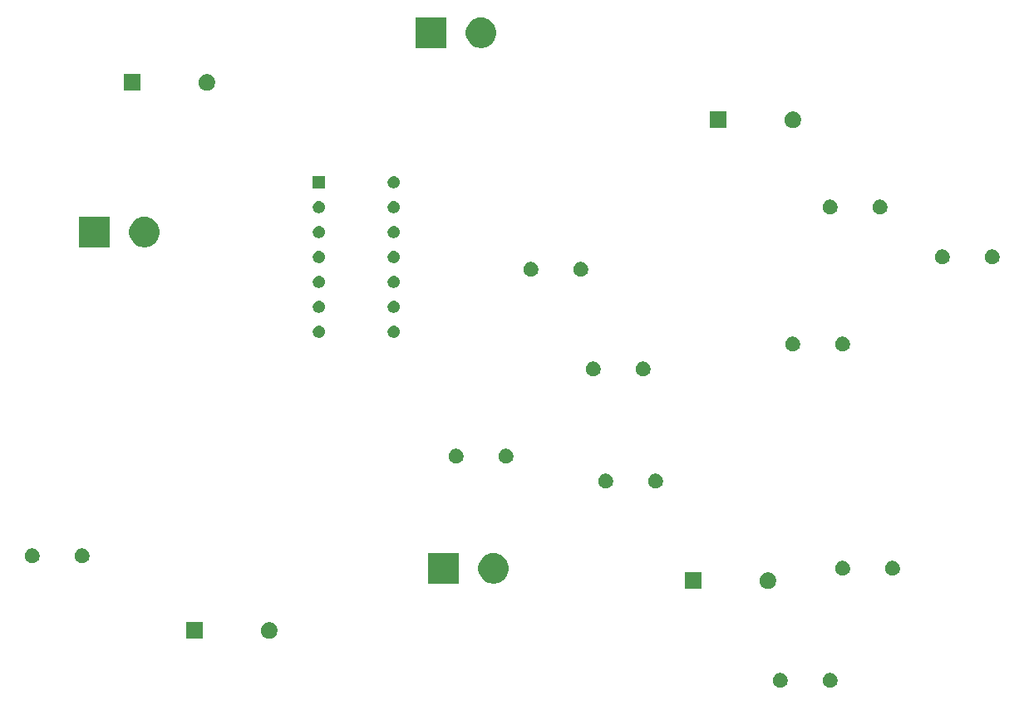
<source format=gbr>
G04 #@! TF.GenerationSoftware,KiCad,Pcbnew,(5.1.5)-3*
G04 #@! TF.CreationDate,2020-05-15T06:38:26+02:00*
G04 #@! TF.ProjectId,Frequency Mixer,46726571-7565-46e6-9379-204d69786572,rev?*
G04 #@! TF.SameCoordinates,Original*
G04 #@! TF.FileFunction,Soldermask,Bot*
G04 #@! TF.FilePolarity,Negative*
%FSLAX46Y46*%
G04 Gerber Fmt 4.6, Leading zero omitted, Abs format (unit mm)*
G04 Created by KiCad (PCBNEW (5.1.5)-3) date 2020-05-15 06:38:26*
%MOMM*%
%LPD*%
G04 APERTURE LIST*
%ADD10C,0.100000*%
G04 APERTURE END LIST*
D10*
G36*
X144999059Y-126277860D02*
G01*
X145135732Y-126334472D01*
X145258735Y-126416660D01*
X145363340Y-126521265D01*
X145445528Y-126644268D01*
X145502140Y-126780941D01*
X145531000Y-126926033D01*
X145531000Y-127073967D01*
X145502140Y-127219059D01*
X145445528Y-127355732D01*
X145363340Y-127478735D01*
X145258735Y-127583340D01*
X145135732Y-127665528D01*
X145135731Y-127665529D01*
X145135730Y-127665529D01*
X144999059Y-127722140D01*
X144853968Y-127751000D01*
X144706032Y-127751000D01*
X144560941Y-127722140D01*
X144424270Y-127665529D01*
X144424269Y-127665529D01*
X144424268Y-127665528D01*
X144301265Y-127583340D01*
X144196660Y-127478735D01*
X144114472Y-127355732D01*
X144057860Y-127219059D01*
X144029000Y-127073967D01*
X144029000Y-126926033D01*
X144057860Y-126780941D01*
X144114472Y-126644268D01*
X144196660Y-126521265D01*
X144301265Y-126416660D01*
X144424268Y-126334472D01*
X144560941Y-126277860D01*
X144706032Y-126249000D01*
X144853968Y-126249000D01*
X144999059Y-126277860D01*
G37*
G36*
X139919059Y-126277860D02*
G01*
X140055732Y-126334472D01*
X140178735Y-126416660D01*
X140283340Y-126521265D01*
X140365528Y-126644268D01*
X140422140Y-126780941D01*
X140451000Y-126926033D01*
X140451000Y-127073967D01*
X140422140Y-127219059D01*
X140365528Y-127355732D01*
X140283340Y-127478735D01*
X140178735Y-127583340D01*
X140055732Y-127665528D01*
X140055731Y-127665529D01*
X140055730Y-127665529D01*
X139919059Y-127722140D01*
X139773968Y-127751000D01*
X139626032Y-127751000D01*
X139480941Y-127722140D01*
X139344270Y-127665529D01*
X139344269Y-127665529D01*
X139344268Y-127665528D01*
X139221265Y-127583340D01*
X139116660Y-127478735D01*
X139034472Y-127355732D01*
X138977860Y-127219059D01*
X138949000Y-127073967D01*
X138949000Y-126926033D01*
X138977860Y-126780941D01*
X139034472Y-126644268D01*
X139116660Y-126521265D01*
X139221265Y-126416660D01*
X139344268Y-126334472D01*
X139480941Y-126277860D01*
X139626032Y-126249000D01*
X139773968Y-126249000D01*
X139919059Y-126277860D01*
G37*
G36*
X80861000Y-122771000D02*
G01*
X79159000Y-122771000D01*
X79159000Y-121069000D01*
X80861000Y-121069000D01*
X80861000Y-122771000D01*
G37*
G36*
X87878228Y-121101703D02*
G01*
X88033100Y-121165853D01*
X88172481Y-121258985D01*
X88291015Y-121377519D01*
X88384147Y-121516900D01*
X88448297Y-121671772D01*
X88481000Y-121836184D01*
X88481000Y-122003816D01*
X88448297Y-122168228D01*
X88384147Y-122323100D01*
X88291015Y-122462481D01*
X88172481Y-122581015D01*
X88033100Y-122674147D01*
X87878228Y-122738297D01*
X87713816Y-122771000D01*
X87546184Y-122771000D01*
X87381772Y-122738297D01*
X87226900Y-122674147D01*
X87087519Y-122581015D01*
X86968985Y-122462481D01*
X86875853Y-122323100D01*
X86811703Y-122168228D01*
X86779000Y-122003816D01*
X86779000Y-121836184D01*
X86811703Y-121671772D01*
X86875853Y-121516900D01*
X86968985Y-121377519D01*
X87087519Y-121258985D01*
X87226900Y-121165853D01*
X87381772Y-121101703D01*
X87546184Y-121069000D01*
X87713816Y-121069000D01*
X87878228Y-121101703D01*
G37*
G36*
X131661000Y-117691000D02*
G01*
X129959000Y-117691000D01*
X129959000Y-115989000D01*
X131661000Y-115989000D01*
X131661000Y-117691000D01*
G37*
G36*
X138678228Y-116021703D02*
G01*
X138833100Y-116085853D01*
X138972481Y-116178985D01*
X139091015Y-116297519D01*
X139184147Y-116436900D01*
X139248297Y-116591772D01*
X139281000Y-116756184D01*
X139281000Y-116923816D01*
X139248297Y-117088228D01*
X139184147Y-117243100D01*
X139091015Y-117382481D01*
X138972481Y-117501015D01*
X138833100Y-117594147D01*
X138678228Y-117658297D01*
X138513816Y-117691000D01*
X138346184Y-117691000D01*
X138181772Y-117658297D01*
X138026900Y-117594147D01*
X137887519Y-117501015D01*
X137768985Y-117382481D01*
X137675853Y-117243100D01*
X137611703Y-117088228D01*
X137579000Y-116923816D01*
X137579000Y-116756184D01*
X137611703Y-116591772D01*
X137675853Y-116436900D01*
X137768985Y-116297519D01*
X137887519Y-116178985D01*
X138026900Y-116085853D01*
X138181772Y-116021703D01*
X138346184Y-115989000D01*
X138513816Y-115989000D01*
X138678228Y-116021703D01*
G37*
G36*
X110792585Y-114048802D02*
G01*
X110942410Y-114078604D01*
X111224674Y-114195521D01*
X111478705Y-114365259D01*
X111694741Y-114581295D01*
X111864479Y-114835326D01*
X111981396Y-115117590D01*
X112041000Y-115417240D01*
X112041000Y-115722760D01*
X111981396Y-116022410D01*
X111864479Y-116304674D01*
X111694741Y-116558705D01*
X111478705Y-116774741D01*
X111224674Y-116944479D01*
X110942410Y-117061396D01*
X110807516Y-117088228D01*
X110642761Y-117121000D01*
X110337239Y-117121000D01*
X110172484Y-117088228D01*
X110037590Y-117061396D01*
X109755326Y-116944479D01*
X109501295Y-116774741D01*
X109285259Y-116558705D01*
X109115521Y-116304674D01*
X108998604Y-116022410D01*
X108939000Y-115722760D01*
X108939000Y-115417240D01*
X108998604Y-115117590D01*
X109115521Y-114835326D01*
X109285259Y-114581295D01*
X109501295Y-114365259D01*
X109755326Y-114195521D01*
X110037590Y-114078604D01*
X110187415Y-114048802D01*
X110337239Y-114019000D01*
X110642761Y-114019000D01*
X110792585Y-114048802D01*
G37*
G36*
X106961000Y-117121000D02*
G01*
X103859000Y-117121000D01*
X103859000Y-114019000D01*
X106961000Y-114019000D01*
X106961000Y-117121000D01*
G37*
G36*
X146269059Y-114847860D02*
G01*
X146354718Y-114883341D01*
X146405732Y-114904472D01*
X146528735Y-114986660D01*
X146633340Y-115091265D01*
X146650930Y-115117591D01*
X146715529Y-115214270D01*
X146772140Y-115350941D01*
X146801000Y-115496032D01*
X146801000Y-115643968D01*
X146785327Y-115722761D01*
X146772140Y-115789059D01*
X146715528Y-115925732D01*
X146633340Y-116048735D01*
X146528735Y-116153340D01*
X146405732Y-116235528D01*
X146405731Y-116235529D01*
X146405730Y-116235529D01*
X146269059Y-116292140D01*
X146123968Y-116321000D01*
X145976032Y-116321000D01*
X145830941Y-116292140D01*
X145694270Y-116235529D01*
X145694269Y-116235529D01*
X145694268Y-116235528D01*
X145571265Y-116153340D01*
X145466660Y-116048735D01*
X145384472Y-115925732D01*
X145327860Y-115789059D01*
X145314673Y-115722761D01*
X145299000Y-115643968D01*
X145299000Y-115496032D01*
X145327860Y-115350941D01*
X145384471Y-115214270D01*
X145449070Y-115117591D01*
X145466660Y-115091265D01*
X145571265Y-114986660D01*
X145694268Y-114904472D01*
X145745283Y-114883341D01*
X145830941Y-114847860D01*
X145976032Y-114819000D01*
X146123968Y-114819000D01*
X146269059Y-114847860D01*
G37*
G36*
X151349059Y-114847860D02*
G01*
X151434718Y-114883341D01*
X151485732Y-114904472D01*
X151608735Y-114986660D01*
X151713340Y-115091265D01*
X151730930Y-115117591D01*
X151795529Y-115214270D01*
X151852140Y-115350941D01*
X151881000Y-115496032D01*
X151881000Y-115643968D01*
X151865327Y-115722761D01*
X151852140Y-115789059D01*
X151795528Y-115925732D01*
X151713340Y-116048735D01*
X151608735Y-116153340D01*
X151485732Y-116235528D01*
X151485731Y-116235529D01*
X151485730Y-116235529D01*
X151349059Y-116292140D01*
X151203968Y-116321000D01*
X151056032Y-116321000D01*
X150910941Y-116292140D01*
X150774270Y-116235529D01*
X150774269Y-116235529D01*
X150774268Y-116235528D01*
X150651265Y-116153340D01*
X150546660Y-116048735D01*
X150464472Y-115925732D01*
X150407860Y-115789059D01*
X150394673Y-115722761D01*
X150379000Y-115643968D01*
X150379000Y-115496032D01*
X150407860Y-115350941D01*
X150464471Y-115214270D01*
X150529070Y-115117591D01*
X150546660Y-115091265D01*
X150651265Y-114986660D01*
X150774268Y-114904472D01*
X150825283Y-114883341D01*
X150910941Y-114847860D01*
X151056032Y-114819000D01*
X151203968Y-114819000D01*
X151349059Y-114847860D01*
G37*
G36*
X63719059Y-113577860D02*
G01*
X63855732Y-113634472D01*
X63978735Y-113716660D01*
X64083340Y-113821265D01*
X64165528Y-113944268D01*
X64222140Y-114080941D01*
X64251000Y-114226033D01*
X64251000Y-114373967D01*
X64222140Y-114519059D01*
X64165528Y-114655732D01*
X64083340Y-114778735D01*
X63978735Y-114883340D01*
X63855732Y-114965528D01*
X63855731Y-114965529D01*
X63855730Y-114965529D01*
X63719059Y-115022140D01*
X63573968Y-115051000D01*
X63426032Y-115051000D01*
X63280941Y-115022140D01*
X63144270Y-114965529D01*
X63144269Y-114965529D01*
X63144268Y-114965528D01*
X63021265Y-114883340D01*
X62916660Y-114778735D01*
X62834472Y-114655732D01*
X62777860Y-114519059D01*
X62749000Y-114373967D01*
X62749000Y-114226033D01*
X62777860Y-114080941D01*
X62834472Y-113944268D01*
X62916660Y-113821265D01*
X63021265Y-113716660D01*
X63144268Y-113634472D01*
X63280941Y-113577860D01*
X63426032Y-113549000D01*
X63573968Y-113549000D01*
X63719059Y-113577860D01*
G37*
G36*
X68799059Y-113577860D02*
G01*
X68935732Y-113634472D01*
X69058735Y-113716660D01*
X69163340Y-113821265D01*
X69245528Y-113944268D01*
X69302140Y-114080941D01*
X69331000Y-114226033D01*
X69331000Y-114373967D01*
X69302140Y-114519059D01*
X69245528Y-114655732D01*
X69163340Y-114778735D01*
X69058735Y-114883340D01*
X68935732Y-114965528D01*
X68935731Y-114965529D01*
X68935730Y-114965529D01*
X68799059Y-115022140D01*
X68653968Y-115051000D01*
X68506032Y-115051000D01*
X68360941Y-115022140D01*
X68224270Y-114965529D01*
X68224269Y-114965529D01*
X68224268Y-114965528D01*
X68101265Y-114883340D01*
X67996660Y-114778735D01*
X67914472Y-114655732D01*
X67857860Y-114519059D01*
X67829000Y-114373967D01*
X67829000Y-114226033D01*
X67857860Y-114080941D01*
X67914472Y-113944268D01*
X67996660Y-113821265D01*
X68101265Y-113716660D01*
X68224268Y-113634472D01*
X68360941Y-113577860D01*
X68506032Y-113549000D01*
X68653968Y-113549000D01*
X68799059Y-113577860D01*
G37*
G36*
X122139059Y-105957860D02*
G01*
X122275732Y-106014472D01*
X122398735Y-106096660D01*
X122503340Y-106201265D01*
X122585528Y-106324268D01*
X122642140Y-106460941D01*
X122671000Y-106606033D01*
X122671000Y-106753967D01*
X122642140Y-106899059D01*
X122585528Y-107035732D01*
X122503340Y-107158735D01*
X122398735Y-107263340D01*
X122275732Y-107345528D01*
X122275731Y-107345529D01*
X122275730Y-107345529D01*
X122139059Y-107402140D01*
X121993968Y-107431000D01*
X121846032Y-107431000D01*
X121700941Y-107402140D01*
X121564270Y-107345529D01*
X121564269Y-107345529D01*
X121564268Y-107345528D01*
X121441265Y-107263340D01*
X121336660Y-107158735D01*
X121254472Y-107035732D01*
X121197860Y-106899059D01*
X121169000Y-106753967D01*
X121169000Y-106606033D01*
X121197860Y-106460941D01*
X121254472Y-106324268D01*
X121336660Y-106201265D01*
X121441265Y-106096660D01*
X121564268Y-106014472D01*
X121700941Y-105957860D01*
X121846032Y-105929000D01*
X121993968Y-105929000D01*
X122139059Y-105957860D01*
G37*
G36*
X127219059Y-105957860D02*
G01*
X127355732Y-106014472D01*
X127478735Y-106096660D01*
X127583340Y-106201265D01*
X127665528Y-106324268D01*
X127722140Y-106460941D01*
X127751000Y-106606033D01*
X127751000Y-106753967D01*
X127722140Y-106899059D01*
X127665528Y-107035732D01*
X127583340Y-107158735D01*
X127478735Y-107263340D01*
X127355732Y-107345528D01*
X127355731Y-107345529D01*
X127355730Y-107345529D01*
X127219059Y-107402140D01*
X127073968Y-107431000D01*
X126926032Y-107431000D01*
X126780941Y-107402140D01*
X126644270Y-107345529D01*
X126644269Y-107345529D01*
X126644268Y-107345528D01*
X126521265Y-107263340D01*
X126416660Y-107158735D01*
X126334472Y-107035732D01*
X126277860Y-106899059D01*
X126249000Y-106753967D01*
X126249000Y-106606033D01*
X126277860Y-106460941D01*
X126334472Y-106324268D01*
X126416660Y-106201265D01*
X126521265Y-106096660D01*
X126644268Y-106014472D01*
X126780941Y-105957860D01*
X126926032Y-105929000D01*
X127073968Y-105929000D01*
X127219059Y-105957860D01*
G37*
G36*
X111979059Y-103417860D02*
G01*
X112115732Y-103474472D01*
X112238735Y-103556660D01*
X112343340Y-103661265D01*
X112425528Y-103784268D01*
X112482140Y-103920941D01*
X112511000Y-104066033D01*
X112511000Y-104213967D01*
X112482140Y-104359059D01*
X112425528Y-104495732D01*
X112343340Y-104618735D01*
X112238735Y-104723340D01*
X112115732Y-104805528D01*
X112115731Y-104805529D01*
X112115730Y-104805529D01*
X111979059Y-104862140D01*
X111833968Y-104891000D01*
X111686032Y-104891000D01*
X111540941Y-104862140D01*
X111404270Y-104805529D01*
X111404269Y-104805529D01*
X111404268Y-104805528D01*
X111281265Y-104723340D01*
X111176660Y-104618735D01*
X111094472Y-104495732D01*
X111037860Y-104359059D01*
X111009000Y-104213967D01*
X111009000Y-104066033D01*
X111037860Y-103920941D01*
X111094472Y-103784268D01*
X111176660Y-103661265D01*
X111281265Y-103556660D01*
X111404268Y-103474472D01*
X111540941Y-103417860D01*
X111686032Y-103389000D01*
X111833968Y-103389000D01*
X111979059Y-103417860D01*
G37*
G36*
X106899059Y-103417860D02*
G01*
X107035732Y-103474472D01*
X107158735Y-103556660D01*
X107263340Y-103661265D01*
X107345528Y-103784268D01*
X107402140Y-103920941D01*
X107431000Y-104066033D01*
X107431000Y-104213967D01*
X107402140Y-104359059D01*
X107345528Y-104495732D01*
X107263340Y-104618735D01*
X107158735Y-104723340D01*
X107035732Y-104805528D01*
X107035731Y-104805529D01*
X107035730Y-104805529D01*
X106899059Y-104862140D01*
X106753968Y-104891000D01*
X106606032Y-104891000D01*
X106460941Y-104862140D01*
X106324270Y-104805529D01*
X106324269Y-104805529D01*
X106324268Y-104805528D01*
X106201265Y-104723340D01*
X106096660Y-104618735D01*
X106014472Y-104495732D01*
X105957860Y-104359059D01*
X105929000Y-104213967D01*
X105929000Y-104066033D01*
X105957860Y-103920941D01*
X106014472Y-103784268D01*
X106096660Y-103661265D01*
X106201265Y-103556660D01*
X106324268Y-103474472D01*
X106460941Y-103417860D01*
X106606032Y-103389000D01*
X106753968Y-103389000D01*
X106899059Y-103417860D01*
G37*
G36*
X125949059Y-94527860D02*
G01*
X126085732Y-94584472D01*
X126208735Y-94666660D01*
X126313340Y-94771265D01*
X126395528Y-94894268D01*
X126452140Y-95030941D01*
X126481000Y-95176033D01*
X126481000Y-95323967D01*
X126452140Y-95469059D01*
X126395528Y-95605732D01*
X126313340Y-95728735D01*
X126208735Y-95833340D01*
X126085732Y-95915528D01*
X126085731Y-95915529D01*
X126085730Y-95915529D01*
X125949059Y-95972140D01*
X125803968Y-96001000D01*
X125656032Y-96001000D01*
X125510941Y-95972140D01*
X125374270Y-95915529D01*
X125374269Y-95915529D01*
X125374268Y-95915528D01*
X125251265Y-95833340D01*
X125146660Y-95728735D01*
X125064472Y-95605732D01*
X125007860Y-95469059D01*
X124979000Y-95323967D01*
X124979000Y-95176033D01*
X125007860Y-95030941D01*
X125064472Y-94894268D01*
X125146660Y-94771265D01*
X125251265Y-94666660D01*
X125374268Y-94584472D01*
X125510941Y-94527860D01*
X125656032Y-94499000D01*
X125803968Y-94499000D01*
X125949059Y-94527860D01*
G37*
G36*
X120869059Y-94527860D02*
G01*
X121005732Y-94584472D01*
X121128735Y-94666660D01*
X121233340Y-94771265D01*
X121315528Y-94894268D01*
X121372140Y-95030941D01*
X121401000Y-95176033D01*
X121401000Y-95323967D01*
X121372140Y-95469059D01*
X121315528Y-95605732D01*
X121233340Y-95728735D01*
X121128735Y-95833340D01*
X121005732Y-95915528D01*
X121005731Y-95915529D01*
X121005730Y-95915529D01*
X120869059Y-95972140D01*
X120723968Y-96001000D01*
X120576032Y-96001000D01*
X120430941Y-95972140D01*
X120294270Y-95915529D01*
X120294269Y-95915529D01*
X120294268Y-95915528D01*
X120171265Y-95833340D01*
X120066660Y-95728735D01*
X119984472Y-95605732D01*
X119927860Y-95469059D01*
X119899000Y-95323967D01*
X119899000Y-95176033D01*
X119927860Y-95030941D01*
X119984472Y-94894268D01*
X120066660Y-94771265D01*
X120171265Y-94666660D01*
X120294268Y-94584472D01*
X120430941Y-94527860D01*
X120576032Y-94499000D01*
X120723968Y-94499000D01*
X120869059Y-94527860D01*
G37*
G36*
X146269059Y-91987860D02*
G01*
X146388022Y-92037136D01*
X146405732Y-92044472D01*
X146528735Y-92126660D01*
X146633340Y-92231265D01*
X146715528Y-92354268D01*
X146772140Y-92490941D01*
X146801000Y-92636033D01*
X146801000Y-92783967D01*
X146772140Y-92929059D01*
X146715528Y-93065732D01*
X146633340Y-93188735D01*
X146528735Y-93293340D01*
X146405732Y-93375528D01*
X146405731Y-93375529D01*
X146405730Y-93375529D01*
X146269059Y-93432140D01*
X146123968Y-93461000D01*
X145976032Y-93461000D01*
X145830941Y-93432140D01*
X145694270Y-93375529D01*
X145694269Y-93375529D01*
X145694268Y-93375528D01*
X145571265Y-93293340D01*
X145466660Y-93188735D01*
X145384472Y-93065732D01*
X145327860Y-92929059D01*
X145299000Y-92783967D01*
X145299000Y-92636033D01*
X145327860Y-92490941D01*
X145384472Y-92354268D01*
X145466660Y-92231265D01*
X145571265Y-92126660D01*
X145694268Y-92044472D01*
X145711979Y-92037136D01*
X145830941Y-91987860D01*
X145976032Y-91959000D01*
X146123968Y-91959000D01*
X146269059Y-91987860D01*
G37*
G36*
X141189059Y-91987860D02*
G01*
X141308022Y-92037136D01*
X141325732Y-92044472D01*
X141448735Y-92126660D01*
X141553340Y-92231265D01*
X141635528Y-92354268D01*
X141692140Y-92490941D01*
X141721000Y-92636033D01*
X141721000Y-92783967D01*
X141692140Y-92929059D01*
X141635528Y-93065732D01*
X141553340Y-93188735D01*
X141448735Y-93293340D01*
X141325732Y-93375528D01*
X141325731Y-93375529D01*
X141325730Y-93375529D01*
X141189059Y-93432140D01*
X141043968Y-93461000D01*
X140896032Y-93461000D01*
X140750941Y-93432140D01*
X140614270Y-93375529D01*
X140614269Y-93375529D01*
X140614268Y-93375528D01*
X140491265Y-93293340D01*
X140386660Y-93188735D01*
X140304472Y-93065732D01*
X140247860Y-92929059D01*
X140219000Y-92783967D01*
X140219000Y-92636033D01*
X140247860Y-92490941D01*
X140304472Y-92354268D01*
X140386660Y-92231265D01*
X140491265Y-92126660D01*
X140614268Y-92044472D01*
X140631979Y-92037136D01*
X140750941Y-91987860D01*
X140896032Y-91959000D01*
X141043968Y-91959000D01*
X141189059Y-91987860D01*
G37*
G36*
X100471147Y-90834909D02*
G01*
X100511139Y-90842864D01*
X100567647Y-90866271D01*
X100624155Y-90889677D01*
X100725862Y-90957635D01*
X100812365Y-91044138D01*
X100880323Y-91145845D01*
X100927136Y-91258862D01*
X100951000Y-91378835D01*
X100951000Y-91501165D01*
X100927136Y-91621138D01*
X100880323Y-91734155D01*
X100812365Y-91835862D01*
X100725862Y-91922365D01*
X100624155Y-91990323D01*
X100567646Y-92013730D01*
X100511139Y-92037136D01*
X100474262Y-92044471D01*
X100391165Y-92061000D01*
X100268835Y-92061000D01*
X100185738Y-92044471D01*
X100148861Y-92037136D01*
X100092354Y-92013730D01*
X100035845Y-91990323D01*
X99934138Y-91922365D01*
X99847635Y-91835862D01*
X99779677Y-91734155D01*
X99732864Y-91621138D01*
X99709000Y-91501165D01*
X99709000Y-91378835D01*
X99732864Y-91258862D01*
X99779677Y-91145845D01*
X99847635Y-91044138D01*
X99934138Y-90957635D01*
X100035845Y-90889677D01*
X100092353Y-90866271D01*
X100148861Y-90842864D01*
X100188853Y-90834909D01*
X100268835Y-90819000D01*
X100391165Y-90819000D01*
X100471147Y-90834909D01*
G37*
G36*
X92851147Y-90834909D02*
G01*
X92891139Y-90842864D01*
X92947647Y-90866271D01*
X93004155Y-90889677D01*
X93105862Y-90957635D01*
X93192365Y-91044138D01*
X93260323Y-91145845D01*
X93307136Y-91258862D01*
X93331000Y-91378835D01*
X93331000Y-91501165D01*
X93307136Y-91621138D01*
X93260323Y-91734155D01*
X93192365Y-91835862D01*
X93105862Y-91922365D01*
X93004155Y-91990323D01*
X92947646Y-92013730D01*
X92891139Y-92037136D01*
X92854262Y-92044471D01*
X92771165Y-92061000D01*
X92648835Y-92061000D01*
X92565738Y-92044471D01*
X92528861Y-92037136D01*
X92472354Y-92013730D01*
X92415845Y-91990323D01*
X92314138Y-91922365D01*
X92227635Y-91835862D01*
X92159677Y-91734155D01*
X92112864Y-91621138D01*
X92089000Y-91501165D01*
X92089000Y-91378835D01*
X92112864Y-91258862D01*
X92159677Y-91145845D01*
X92227635Y-91044138D01*
X92314138Y-90957635D01*
X92415845Y-90889677D01*
X92472353Y-90866271D01*
X92528861Y-90842864D01*
X92568853Y-90834909D01*
X92648835Y-90819000D01*
X92771165Y-90819000D01*
X92851147Y-90834909D01*
G37*
G36*
X100471147Y-88294909D02*
G01*
X100511139Y-88302864D01*
X100567646Y-88326270D01*
X100624155Y-88349677D01*
X100725862Y-88417635D01*
X100812365Y-88504138D01*
X100880323Y-88605845D01*
X100927136Y-88718862D01*
X100951000Y-88838835D01*
X100951000Y-88961165D01*
X100927136Y-89081138D01*
X100880323Y-89194155D01*
X100812365Y-89295862D01*
X100725862Y-89382365D01*
X100624155Y-89450323D01*
X100567647Y-89473729D01*
X100511139Y-89497136D01*
X100471147Y-89505091D01*
X100391165Y-89521000D01*
X100268835Y-89521000D01*
X100188853Y-89505091D01*
X100148861Y-89497136D01*
X100092354Y-89473730D01*
X100035845Y-89450323D01*
X99934138Y-89382365D01*
X99847635Y-89295862D01*
X99779677Y-89194155D01*
X99732864Y-89081138D01*
X99709000Y-88961165D01*
X99709000Y-88838835D01*
X99732864Y-88718862D01*
X99779677Y-88605845D01*
X99847635Y-88504138D01*
X99934138Y-88417635D01*
X100035845Y-88349677D01*
X100092354Y-88326270D01*
X100148861Y-88302864D01*
X100188853Y-88294909D01*
X100268835Y-88279000D01*
X100391165Y-88279000D01*
X100471147Y-88294909D01*
G37*
G36*
X92851147Y-88294909D02*
G01*
X92891139Y-88302864D01*
X92947646Y-88326270D01*
X93004155Y-88349677D01*
X93105862Y-88417635D01*
X93192365Y-88504138D01*
X93260323Y-88605845D01*
X93307136Y-88718862D01*
X93331000Y-88838835D01*
X93331000Y-88961165D01*
X93307136Y-89081138D01*
X93260323Y-89194155D01*
X93192365Y-89295862D01*
X93105862Y-89382365D01*
X93004155Y-89450323D01*
X92947647Y-89473729D01*
X92891139Y-89497136D01*
X92851147Y-89505091D01*
X92771165Y-89521000D01*
X92648835Y-89521000D01*
X92568853Y-89505091D01*
X92528861Y-89497136D01*
X92472354Y-89473730D01*
X92415845Y-89450323D01*
X92314138Y-89382365D01*
X92227635Y-89295862D01*
X92159677Y-89194155D01*
X92112864Y-89081138D01*
X92089000Y-88961165D01*
X92089000Y-88838835D01*
X92112864Y-88718862D01*
X92159677Y-88605845D01*
X92227635Y-88504138D01*
X92314138Y-88417635D01*
X92415845Y-88349677D01*
X92472354Y-88326270D01*
X92528861Y-88302864D01*
X92568853Y-88294909D01*
X92648835Y-88279000D01*
X92771165Y-88279000D01*
X92851147Y-88294909D01*
G37*
G36*
X92851147Y-85754909D02*
G01*
X92891139Y-85762864D01*
X92947647Y-85786271D01*
X93004155Y-85809677D01*
X93105862Y-85877635D01*
X93192365Y-85964138D01*
X93260323Y-86065845D01*
X93307136Y-86178862D01*
X93331000Y-86298835D01*
X93331000Y-86421165D01*
X93307136Y-86541138D01*
X93260323Y-86654155D01*
X93192365Y-86755862D01*
X93105862Y-86842365D01*
X93004155Y-86910323D01*
X92947647Y-86933729D01*
X92891139Y-86957136D01*
X92851147Y-86965091D01*
X92771165Y-86981000D01*
X92648835Y-86981000D01*
X92568853Y-86965091D01*
X92528861Y-86957136D01*
X92472353Y-86933729D01*
X92415845Y-86910323D01*
X92314138Y-86842365D01*
X92227635Y-86755862D01*
X92159677Y-86654155D01*
X92112864Y-86541138D01*
X92089000Y-86421165D01*
X92089000Y-86298835D01*
X92112864Y-86178862D01*
X92159677Y-86065845D01*
X92227635Y-85964138D01*
X92314138Y-85877635D01*
X92415845Y-85809677D01*
X92472353Y-85786271D01*
X92528861Y-85762864D01*
X92568853Y-85754909D01*
X92648835Y-85739000D01*
X92771165Y-85739000D01*
X92851147Y-85754909D01*
G37*
G36*
X100471147Y-85754909D02*
G01*
X100511139Y-85762864D01*
X100567647Y-85786271D01*
X100624155Y-85809677D01*
X100725862Y-85877635D01*
X100812365Y-85964138D01*
X100880323Y-86065845D01*
X100927136Y-86178862D01*
X100951000Y-86298835D01*
X100951000Y-86421165D01*
X100927136Y-86541138D01*
X100880323Y-86654155D01*
X100812365Y-86755862D01*
X100725862Y-86842365D01*
X100624155Y-86910323D01*
X100567647Y-86933729D01*
X100511139Y-86957136D01*
X100471147Y-86965091D01*
X100391165Y-86981000D01*
X100268835Y-86981000D01*
X100188853Y-86965091D01*
X100148861Y-86957136D01*
X100092353Y-86933729D01*
X100035845Y-86910323D01*
X99934138Y-86842365D01*
X99847635Y-86755862D01*
X99779677Y-86654155D01*
X99732864Y-86541138D01*
X99709000Y-86421165D01*
X99709000Y-86298835D01*
X99732864Y-86178862D01*
X99779677Y-86065845D01*
X99847635Y-85964138D01*
X99934138Y-85877635D01*
X100035845Y-85809677D01*
X100092353Y-85786271D01*
X100148861Y-85762864D01*
X100188853Y-85754909D01*
X100268835Y-85739000D01*
X100391165Y-85739000D01*
X100471147Y-85754909D01*
G37*
G36*
X119599059Y-84367860D02*
G01*
X119718022Y-84417136D01*
X119735732Y-84424472D01*
X119858735Y-84506660D01*
X119963340Y-84611265D01*
X120045528Y-84734268D01*
X120102140Y-84870941D01*
X120131000Y-85016033D01*
X120131000Y-85163967D01*
X120102140Y-85309059D01*
X120045528Y-85445732D01*
X119963340Y-85568735D01*
X119858735Y-85673340D01*
X119735732Y-85755528D01*
X119735731Y-85755529D01*
X119735730Y-85755529D01*
X119599059Y-85812140D01*
X119453968Y-85841000D01*
X119306032Y-85841000D01*
X119160941Y-85812140D01*
X119024270Y-85755529D01*
X119024269Y-85755529D01*
X119024268Y-85755528D01*
X118901265Y-85673340D01*
X118796660Y-85568735D01*
X118714472Y-85445732D01*
X118657860Y-85309059D01*
X118629000Y-85163967D01*
X118629000Y-85016033D01*
X118657860Y-84870941D01*
X118714472Y-84734268D01*
X118796660Y-84611265D01*
X118901265Y-84506660D01*
X119024268Y-84424472D01*
X119041979Y-84417136D01*
X119160941Y-84367860D01*
X119306032Y-84339000D01*
X119453968Y-84339000D01*
X119599059Y-84367860D01*
G37*
G36*
X114519059Y-84367860D02*
G01*
X114638022Y-84417136D01*
X114655732Y-84424472D01*
X114778735Y-84506660D01*
X114883340Y-84611265D01*
X114965528Y-84734268D01*
X115022140Y-84870941D01*
X115051000Y-85016033D01*
X115051000Y-85163967D01*
X115022140Y-85309059D01*
X114965528Y-85445732D01*
X114883340Y-85568735D01*
X114778735Y-85673340D01*
X114655732Y-85755528D01*
X114655731Y-85755529D01*
X114655730Y-85755529D01*
X114519059Y-85812140D01*
X114373968Y-85841000D01*
X114226032Y-85841000D01*
X114080941Y-85812140D01*
X113944270Y-85755529D01*
X113944269Y-85755529D01*
X113944268Y-85755528D01*
X113821265Y-85673340D01*
X113716660Y-85568735D01*
X113634472Y-85445732D01*
X113577860Y-85309059D01*
X113549000Y-85163967D01*
X113549000Y-85016033D01*
X113577860Y-84870941D01*
X113634472Y-84734268D01*
X113716660Y-84611265D01*
X113821265Y-84506660D01*
X113944268Y-84424472D01*
X113961979Y-84417136D01*
X114080941Y-84367860D01*
X114226032Y-84339000D01*
X114373968Y-84339000D01*
X114519059Y-84367860D01*
G37*
G36*
X161509059Y-83097860D02*
G01*
X161645732Y-83154472D01*
X161768735Y-83236660D01*
X161873340Y-83341265D01*
X161955528Y-83464268D01*
X162012140Y-83600941D01*
X162041000Y-83746033D01*
X162041000Y-83893967D01*
X162012140Y-84039059D01*
X161955528Y-84175732D01*
X161873340Y-84298735D01*
X161768735Y-84403340D01*
X161645732Y-84485528D01*
X161645731Y-84485529D01*
X161645730Y-84485529D01*
X161509059Y-84542140D01*
X161363968Y-84571000D01*
X161216032Y-84571000D01*
X161070941Y-84542140D01*
X160934270Y-84485529D01*
X160934269Y-84485529D01*
X160934268Y-84485528D01*
X160811265Y-84403340D01*
X160706660Y-84298735D01*
X160624472Y-84175732D01*
X160567860Y-84039059D01*
X160539000Y-83893967D01*
X160539000Y-83746033D01*
X160567860Y-83600941D01*
X160624472Y-83464268D01*
X160706660Y-83341265D01*
X160811265Y-83236660D01*
X160934268Y-83154472D01*
X161070941Y-83097860D01*
X161216032Y-83069000D01*
X161363968Y-83069000D01*
X161509059Y-83097860D01*
G37*
G36*
X156429059Y-83097860D02*
G01*
X156565732Y-83154472D01*
X156688735Y-83236660D01*
X156793340Y-83341265D01*
X156875528Y-83464268D01*
X156932140Y-83600941D01*
X156961000Y-83746033D01*
X156961000Y-83893967D01*
X156932140Y-84039059D01*
X156875528Y-84175732D01*
X156793340Y-84298735D01*
X156688735Y-84403340D01*
X156565732Y-84485528D01*
X156565731Y-84485529D01*
X156565730Y-84485529D01*
X156429059Y-84542140D01*
X156283968Y-84571000D01*
X156136032Y-84571000D01*
X155990941Y-84542140D01*
X155854270Y-84485529D01*
X155854269Y-84485529D01*
X155854268Y-84485528D01*
X155731265Y-84403340D01*
X155626660Y-84298735D01*
X155544472Y-84175732D01*
X155487860Y-84039059D01*
X155459000Y-83893967D01*
X155459000Y-83746033D01*
X155487860Y-83600941D01*
X155544472Y-83464268D01*
X155626660Y-83341265D01*
X155731265Y-83236660D01*
X155854268Y-83154472D01*
X155990941Y-83097860D01*
X156136032Y-83069000D01*
X156283968Y-83069000D01*
X156429059Y-83097860D01*
G37*
G36*
X100471147Y-83214909D02*
G01*
X100511139Y-83222864D01*
X100544445Y-83236660D01*
X100624155Y-83269677D01*
X100725862Y-83337635D01*
X100812365Y-83424138D01*
X100880323Y-83525845D01*
X100927136Y-83638862D01*
X100951000Y-83758835D01*
X100951000Y-83881165D01*
X100927136Y-84001138D01*
X100880323Y-84114155D01*
X100812365Y-84215862D01*
X100725862Y-84302365D01*
X100624155Y-84370323D01*
X100567646Y-84393730D01*
X100511139Y-84417136D01*
X100474262Y-84424471D01*
X100391165Y-84441000D01*
X100268835Y-84441000D01*
X100185738Y-84424471D01*
X100148861Y-84417136D01*
X100092353Y-84393729D01*
X100035845Y-84370323D01*
X99934138Y-84302365D01*
X99847635Y-84215862D01*
X99779677Y-84114155D01*
X99732864Y-84001138D01*
X99709000Y-83881165D01*
X99709000Y-83758835D01*
X99732864Y-83638862D01*
X99779677Y-83525845D01*
X99847635Y-83424138D01*
X99934138Y-83337635D01*
X100035845Y-83269677D01*
X100115555Y-83236660D01*
X100148861Y-83222864D01*
X100188853Y-83214909D01*
X100268835Y-83199000D01*
X100391165Y-83199000D01*
X100471147Y-83214909D01*
G37*
G36*
X92851147Y-83214909D02*
G01*
X92891139Y-83222864D01*
X92924445Y-83236660D01*
X93004155Y-83269677D01*
X93105862Y-83337635D01*
X93192365Y-83424138D01*
X93260323Y-83525845D01*
X93307136Y-83638862D01*
X93331000Y-83758835D01*
X93331000Y-83881165D01*
X93307136Y-84001138D01*
X93260323Y-84114155D01*
X93192365Y-84215862D01*
X93105862Y-84302365D01*
X93004155Y-84370323D01*
X92947646Y-84393730D01*
X92891139Y-84417136D01*
X92854262Y-84424471D01*
X92771165Y-84441000D01*
X92648835Y-84441000D01*
X92565738Y-84424471D01*
X92528861Y-84417136D01*
X92472353Y-84393729D01*
X92415845Y-84370323D01*
X92314138Y-84302365D01*
X92227635Y-84215862D01*
X92159677Y-84114155D01*
X92112864Y-84001138D01*
X92089000Y-83881165D01*
X92089000Y-83758835D01*
X92112864Y-83638862D01*
X92159677Y-83525845D01*
X92227635Y-83424138D01*
X92314138Y-83337635D01*
X92415845Y-83269677D01*
X92495555Y-83236660D01*
X92528861Y-83222864D01*
X92568853Y-83214909D01*
X92648835Y-83199000D01*
X92771165Y-83199000D01*
X92851147Y-83214909D01*
G37*
G36*
X71401000Y-82831000D02*
G01*
X68299000Y-82831000D01*
X68299000Y-79729000D01*
X71401000Y-79729000D01*
X71401000Y-82831000D01*
G37*
G36*
X75232585Y-79758802D02*
G01*
X75382410Y-79788604D01*
X75664674Y-79905521D01*
X75918705Y-80075259D01*
X76134741Y-80291295D01*
X76304479Y-80545326D01*
X76421396Y-80827590D01*
X76481000Y-81127240D01*
X76481000Y-81432760D01*
X76421396Y-81732410D01*
X76304479Y-82014674D01*
X76134741Y-82268705D01*
X75918705Y-82484741D01*
X75664674Y-82654479D01*
X75382410Y-82771396D01*
X75232585Y-82801198D01*
X75082761Y-82831000D01*
X74777239Y-82831000D01*
X74627415Y-82801198D01*
X74477590Y-82771396D01*
X74195326Y-82654479D01*
X73941295Y-82484741D01*
X73725259Y-82268705D01*
X73555521Y-82014674D01*
X73438604Y-81732410D01*
X73379000Y-81432760D01*
X73379000Y-81127240D01*
X73438604Y-80827590D01*
X73555521Y-80545326D01*
X73725259Y-80291295D01*
X73941295Y-80075259D01*
X74195326Y-79905521D01*
X74477590Y-79788604D01*
X74627415Y-79758802D01*
X74777239Y-79729000D01*
X75082761Y-79729000D01*
X75232585Y-79758802D01*
G37*
G36*
X100471147Y-80674909D02*
G01*
X100511139Y-80682864D01*
X100567646Y-80706270D01*
X100624155Y-80729677D01*
X100725862Y-80797635D01*
X100812365Y-80884138D01*
X100880323Y-80985845D01*
X100927136Y-81098862D01*
X100951000Y-81218835D01*
X100951000Y-81341165D01*
X100927136Y-81461138D01*
X100880323Y-81574155D01*
X100812365Y-81675862D01*
X100725862Y-81762365D01*
X100624155Y-81830323D01*
X100567646Y-81853730D01*
X100511139Y-81877136D01*
X100471147Y-81885091D01*
X100391165Y-81901000D01*
X100268835Y-81901000D01*
X100188853Y-81885091D01*
X100148861Y-81877136D01*
X100092353Y-81853729D01*
X100035845Y-81830323D01*
X99934138Y-81762365D01*
X99847635Y-81675862D01*
X99779677Y-81574155D01*
X99732864Y-81461138D01*
X99709000Y-81341165D01*
X99709000Y-81218835D01*
X99732864Y-81098862D01*
X99779677Y-80985845D01*
X99847635Y-80884138D01*
X99934138Y-80797635D01*
X100035845Y-80729677D01*
X100092354Y-80706270D01*
X100148861Y-80682864D01*
X100188853Y-80674909D01*
X100268835Y-80659000D01*
X100391165Y-80659000D01*
X100471147Y-80674909D01*
G37*
G36*
X92851147Y-80674909D02*
G01*
X92891139Y-80682864D01*
X92947646Y-80706270D01*
X93004155Y-80729677D01*
X93105862Y-80797635D01*
X93192365Y-80884138D01*
X93260323Y-80985845D01*
X93307136Y-81098862D01*
X93331000Y-81218835D01*
X93331000Y-81341165D01*
X93307136Y-81461138D01*
X93260323Y-81574155D01*
X93192365Y-81675862D01*
X93105862Y-81762365D01*
X93004155Y-81830323D01*
X92947646Y-81853730D01*
X92891139Y-81877136D01*
X92851147Y-81885091D01*
X92771165Y-81901000D01*
X92648835Y-81901000D01*
X92568853Y-81885091D01*
X92528861Y-81877136D01*
X92472353Y-81853729D01*
X92415845Y-81830323D01*
X92314138Y-81762365D01*
X92227635Y-81675862D01*
X92159677Y-81574155D01*
X92112864Y-81461138D01*
X92089000Y-81341165D01*
X92089000Y-81218835D01*
X92112864Y-81098862D01*
X92159677Y-80985845D01*
X92227635Y-80884138D01*
X92314138Y-80797635D01*
X92415845Y-80729677D01*
X92472354Y-80706270D01*
X92528861Y-80682864D01*
X92568853Y-80674909D01*
X92648835Y-80659000D01*
X92771165Y-80659000D01*
X92851147Y-80674909D01*
G37*
G36*
X150079059Y-78017860D02*
G01*
X150215732Y-78074472D01*
X150338735Y-78156660D01*
X150443340Y-78261265D01*
X150525528Y-78384268D01*
X150582140Y-78520941D01*
X150611000Y-78666033D01*
X150611000Y-78813967D01*
X150582140Y-78959059D01*
X150525528Y-79095732D01*
X150443340Y-79218735D01*
X150338735Y-79323340D01*
X150215732Y-79405528D01*
X150215731Y-79405529D01*
X150215730Y-79405529D01*
X150079059Y-79462140D01*
X149933968Y-79491000D01*
X149786032Y-79491000D01*
X149640941Y-79462140D01*
X149504270Y-79405529D01*
X149504269Y-79405529D01*
X149504268Y-79405528D01*
X149381265Y-79323340D01*
X149276660Y-79218735D01*
X149194472Y-79095732D01*
X149137860Y-78959059D01*
X149109000Y-78813967D01*
X149109000Y-78666033D01*
X149137860Y-78520941D01*
X149194472Y-78384268D01*
X149276660Y-78261265D01*
X149381265Y-78156660D01*
X149504268Y-78074472D01*
X149640941Y-78017860D01*
X149786032Y-77989000D01*
X149933968Y-77989000D01*
X150079059Y-78017860D01*
G37*
G36*
X144999059Y-78017860D02*
G01*
X145135732Y-78074472D01*
X145258735Y-78156660D01*
X145363340Y-78261265D01*
X145445528Y-78384268D01*
X145502140Y-78520941D01*
X145531000Y-78666033D01*
X145531000Y-78813967D01*
X145502140Y-78959059D01*
X145445528Y-79095732D01*
X145363340Y-79218735D01*
X145258735Y-79323340D01*
X145135732Y-79405528D01*
X145135731Y-79405529D01*
X145135730Y-79405529D01*
X144999059Y-79462140D01*
X144853968Y-79491000D01*
X144706032Y-79491000D01*
X144560941Y-79462140D01*
X144424270Y-79405529D01*
X144424269Y-79405529D01*
X144424268Y-79405528D01*
X144301265Y-79323340D01*
X144196660Y-79218735D01*
X144114472Y-79095732D01*
X144057860Y-78959059D01*
X144029000Y-78813967D01*
X144029000Y-78666033D01*
X144057860Y-78520941D01*
X144114472Y-78384268D01*
X144196660Y-78261265D01*
X144301265Y-78156660D01*
X144424268Y-78074472D01*
X144560941Y-78017860D01*
X144706032Y-77989000D01*
X144853968Y-77989000D01*
X144999059Y-78017860D01*
G37*
G36*
X100471147Y-78134909D02*
G01*
X100511139Y-78142864D01*
X100544445Y-78156660D01*
X100624155Y-78189677D01*
X100725862Y-78257635D01*
X100812365Y-78344138D01*
X100880323Y-78445845D01*
X100927136Y-78558862D01*
X100951000Y-78678835D01*
X100951000Y-78801165D01*
X100927136Y-78921138D01*
X100880323Y-79034155D01*
X100812365Y-79135862D01*
X100725862Y-79222365D01*
X100624155Y-79290323D01*
X100567646Y-79313730D01*
X100511139Y-79337136D01*
X100471147Y-79345091D01*
X100391165Y-79361000D01*
X100268835Y-79361000D01*
X100188853Y-79345091D01*
X100148861Y-79337136D01*
X100092354Y-79313730D01*
X100035845Y-79290323D01*
X99934138Y-79222365D01*
X99847635Y-79135862D01*
X99779677Y-79034155D01*
X99732864Y-78921138D01*
X99709000Y-78801165D01*
X99709000Y-78678835D01*
X99732864Y-78558862D01*
X99779677Y-78445845D01*
X99847635Y-78344138D01*
X99934138Y-78257635D01*
X100035845Y-78189677D01*
X100115555Y-78156660D01*
X100148861Y-78142864D01*
X100188853Y-78134909D01*
X100268835Y-78119000D01*
X100391165Y-78119000D01*
X100471147Y-78134909D01*
G37*
G36*
X92851147Y-78134909D02*
G01*
X92891139Y-78142864D01*
X92924445Y-78156660D01*
X93004155Y-78189677D01*
X93105862Y-78257635D01*
X93192365Y-78344138D01*
X93260323Y-78445845D01*
X93307136Y-78558862D01*
X93331000Y-78678835D01*
X93331000Y-78801165D01*
X93307136Y-78921138D01*
X93260323Y-79034155D01*
X93192365Y-79135862D01*
X93105862Y-79222365D01*
X93004155Y-79290323D01*
X92947646Y-79313730D01*
X92891139Y-79337136D01*
X92851147Y-79345091D01*
X92771165Y-79361000D01*
X92648835Y-79361000D01*
X92568853Y-79345091D01*
X92528861Y-79337136D01*
X92472354Y-79313730D01*
X92415845Y-79290323D01*
X92314138Y-79222365D01*
X92227635Y-79135862D01*
X92159677Y-79034155D01*
X92112864Y-78921138D01*
X92089000Y-78801165D01*
X92089000Y-78678835D01*
X92112864Y-78558862D01*
X92159677Y-78445845D01*
X92227635Y-78344138D01*
X92314138Y-78257635D01*
X92415845Y-78189677D01*
X92495555Y-78156660D01*
X92528861Y-78142864D01*
X92568853Y-78134909D01*
X92648835Y-78119000D01*
X92771165Y-78119000D01*
X92851147Y-78134909D01*
G37*
G36*
X100471147Y-75594909D02*
G01*
X100511139Y-75602864D01*
X100567646Y-75626270D01*
X100624155Y-75649677D01*
X100725862Y-75717635D01*
X100812365Y-75804138D01*
X100880323Y-75905845D01*
X100927136Y-76018862D01*
X100951000Y-76138835D01*
X100951000Y-76261165D01*
X100927136Y-76381138D01*
X100880323Y-76494155D01*
X100812365Y-76595862D01*
X100725862Y-76682365D01*
X100624155Y-76750323D01*
X100567647Y-76773729D01*
X100511139Y-76797136D01*
X100471147Y-76805091D01*
X100391165Y-76821000D01*
X100268835Y-76821000D01*
X100188853Y-76805091D01*
X100148861Y-76797136D01*
X100092353Y-76773729D01*
X100035845Y-76750323D01*
X99934138Y-76682365D01*
X99847635Y-76595862D01*
X99779677Y-76494155D01*
X99732864Y-76381138D01*
X99709000Y-76261165D01*
X99709000Y-76138835D01*
X99732864Y-76018862D01*
X99779677Y-75905845D01*
X99847635Y-75804138D01*
X99934138Y-75717635D01*
X100035845Y-75649677D01*
X100092353Y-75626271D01*
X100148861Y-75602864D01*
X100188853Y-75594909D01*
X100268835Y-75579000D01*
X100391165Y-75579000D01*
X100471147Y-75594909D01*
G37*
G36*
X93331000Y-76821000D02*
G01*
X92089000Y-76821000D01*
X92089000Y-75579000D01*
X93331000Y-75579000D01*
X93331000Y-76821000D01*
G37*
G36*
X141218228Y-69031703D02*
G01*
X141373100Y-69095853D01*
X141512481Y-69188985D01*
X141631015Y-69307519D01*
X141724147Y-69446900D01*
X141788297Y-69601772D01*
X141821000Y-69766184D01*
X141821000Y-69933816D01*
X141788297Y-70098228D01*
X141724147Y-70253100D01*
X141631015Y-70392481D01*
X141512481Y-70511015D01*
X141373100Y-70604147D01*
X141218228Y-70668297D01*
X141053816Y-70701000D01*
X140886184Y-70701000D01*
X140721772Y-70668297D01*
X140566900Y-70604147D01*
X140427519Y-70511015D01*
X140308985Y-70392481D01*
X140215853Y-70253100D01*
X140151703Y-70098228D01*
X140119000Y-69933816D01*
X140119000Y-69766184D01*
X140151703Y-69601772D01*
X140215853Y-69446900D01*
X140308985Y-69307519D01*
X140427519Y-69188985D01*
X140566900Y-69095853D01*
X140721772Y-69031703D01*
X140886184Y-68999000D01*
X141053816Y-68999000D01*
X141218228Y-69031703D01*
G37*
G36*
X134201000Y-70701000D02*
G01*
X132499000Y-70701000D01*
X132499000Y-68999000D01*
X134201000Y-68999000D01*
X134201000Y-70701000D01*
G37*
G36*
X74511000Y-66891000D02*
G01*
X72809000Y-66891000D01*
X72809000Y-65189000D01*
X74511000Y-65189000D01*
X74511000Y-66891000D01*
G37*
G36*
X81528228Y-65221703D02*
G01*
X81683100Y-65285853D01*
X81822481Y-65378985D01*
X81941015Y-65497519D01*
X82034147Y-65636900D01*
X82098297Y-65791772D01*
X82131000Y-65956184D01*
X82131000Y-66123816D01*
X82098297Y-66288228D01*
X82034147Y-66443100D01*
X81941015Y-66582481D01*
X81822481Y-66701015D01*
X81683100Y-66794147D01*
X81528228Y-66858297D01*
X81363816Y-66891000D01*
X81196184Y-66891000D01*
X81031772Y-66858297D01*
X80876900Y-66794147D01*
X80737519Y-66701015D01*
X80618985Y-66582481D01*
X80525853Y-66443100D01*
X80461703Y-66288228D01*
X80429000Y-66123816D01*
X80429000Y-65956184D01*
X80461703Y-65791772D01*
X80525853Y-65636900D01*
X80618985Y-65497519D01*
X80737519Y-65378985D01*
X80876900Y-65285853D01*
X81031772Y-65221703D01*
X81196184Y-65189000D01*
X81363816Y-65189000D01*
X81528228Y-65221703D01*
G37*
G36*
X105691000Y-62511000D02*
G01*
X102589000Y-62511000D01*
X102589000Y-59409000D01*
X105691000Y-59409000D01*
X105691000Y-62511000D01*
G37*
G36*
X109522585Y-59438802D02*
G01*
X109672410Y-59468604D01*
X109954674Y-59585521D01*
X110208705Y-59755259D01*
X110424741Y-59971295D01*
X110594479Y-60225326D01*
X110711396Y-60507590D01*
X110771000Y-60807240D01*
X110771000Y-61112760D01*
X110711396Y-61412410D01*
X110594479Y-61694674D01*
X110424741Y-61948705D01*
X110208705Y-62164741D01*
X109954674Y-62334479D01*
X109672410Y-62451396D01*
X109522585Y-62481198D01*
X109372761Y-62511000D01*
X109067239Y-62511000D01*
X108917415Y-62481198D01*
X108767590Y-62451396D01*
X108485326Y-62334479D01*
X108231295Y-62164741D01*
X108015259Y-61948705D01*
X107845521Y-61694674D01*
X107728604Y-61412410D01*
X107669000Y-61112760D01*
X107669000Y-60807240D01*
X107728604Y-60507590D01*
X107845521Y-60225326D01*
X108015259Y-59971295D01*
X108231295Y-59755259D01*
X108485326Y-59585521D01*
X108767590Y-59468604D01*
X108917415Y-59438802D01*
X109067239Y-59409000D01*
X109372761Y-59409000D01*
X109522585Y-59438802D01*
G37*
M02*

</source>
